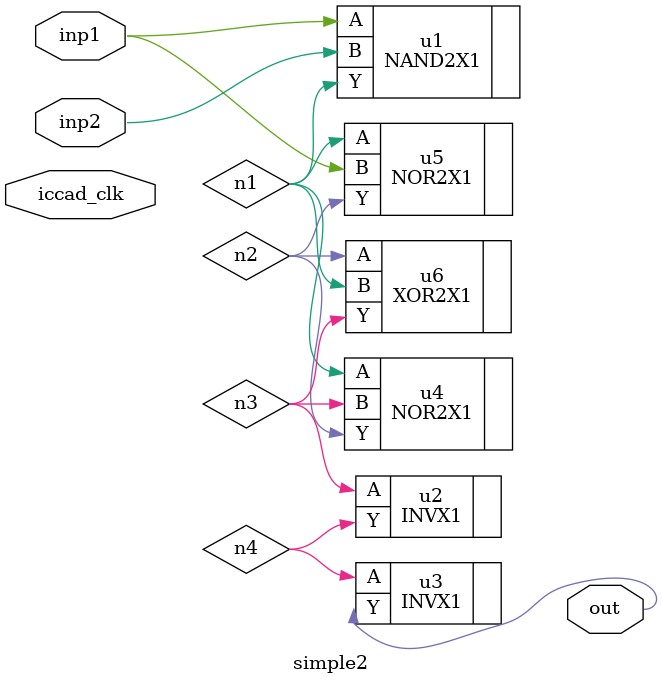
<source format=v>

module simple2 (
inp1,
inp2,
iccad_clk,
out
);

// Start PIs
input inp1;
input inp2;
input iccad_clk;

// Start POs
output out;

// Start wires
wire n1;
wire n2;
wire n3;
wire n4;
wire inp1;
wire inp2;
wire iccad_clk;
wire out;

// Start cells
NAND2X1 u1 ( .A(inp1), .B(inp2), .Y(n1) );
NOR2X1 u5 (.A(n1), .B(inp1), .Y(n2));
XOR2X1 u6 (.A(n2), .B(n1), .Y(n3));
INVX1 u2 ( .A(n3), .Y(n4) );
INVX1 u3 ( .A(n4), .Y(out) );
NOR2X1 u4 ( .A(n1), .B(n3), .Y(n2) );

endmodule

</source>
